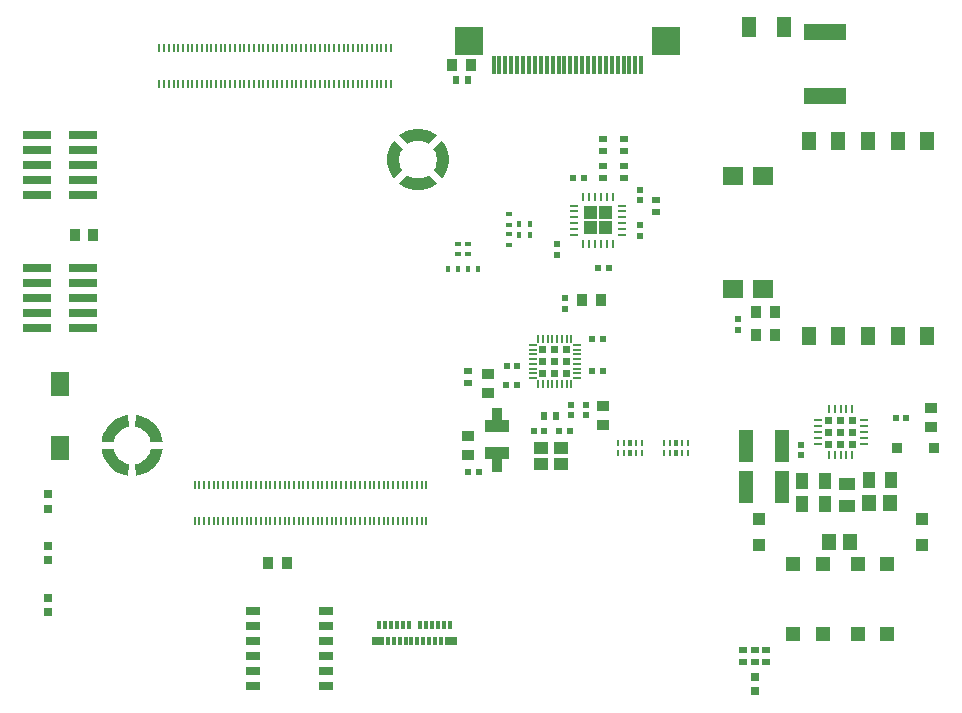
<source format=gtp>
G04*
G04 #@! TF.GenerationSoftware,Altium Limited,Altium Designer,24.5.1 (21)*
G04*
G04 Layer_Color=8421504*
%FSLAX44Y44*%
%MOMM*%
G71*
G04*
G04 #@! TF.SameCoordinates,1EF2566E-269B-4A58-AF15-B59DA95DBDD1*
G04*
G04*
G04 #@! TF.FilePolarity,Positive*
G04*
G01*
G75*
%ADD18R,0.3000X1.6000*%
%ADD19R,2.4000X2.4000*%
%ADD20R,2.4000X2.4000*%
%ADD21R,1.2000X1.2000*%
%ADD22R,0.9000X1.0000*%
%ADD23R,0.5500X0.4500*%
%ADD24R,0.4500X0.5500*%
%ADD25R,0.1800X0.7000*%
%ADD26R,0.5500X0.6500*%
%ADD27R,2.4000X0.7600*%
%ADD28R,3.5600X1.4000*%
G04:AMPARAMS|DCode=29|XSize=0.2mm|YSize=0.565mm|CornerRadius=0.05mm|HoleSize=0mm|Usage=FLASHONLY|Rotation=0.000|XOffset=0mm|YOffset=0mm|HoleType=Round|Shape=RoundedRectangle|*
%AMROUNDEDRECTD29*
21,1,0.2000,0.4650,0,0,0.0*
21,1,0.1000,0.5650,0,0,0.0*
1,1,0.1000,0.0500,-0.2325*
1,1,0.1000,-0.0500,-0.2325*
1,1,0.1000,-0.0500,0.2325*
1,1,0.1000,0.0500,0.2325*
%
%ADD29ROUNDEDRECTD29*%
G04:AMPARAMS|DCode=30|XSize=0.4mm|YSize=0.565mm|CornerRadius=0.05mm|HoleSize=0mm|Usage=FLASHONLY|Rotation=0.000|XOffset=0mm|YOffset=0mm|HoleType=Round|Shape=RoundedRectangle|*
%AMROUNDEDRECTD30*
21,1,0.4000,0.4650,0,0,0.0*
21,1,0.3000,0.5650,0,0,0.0*
1,1,0.1000,0.1500,-0.2325*
1,1,0.1000,-0.1500,-0.2325*
1,1,0.1000,-0.1500,0.2325*
1,1,0.1000,0.1500,0.2325*
%
%ADD30ROUNDEDRECTD30*%
%ADD31R,1.2700X1.5500*%
%ADD32R,0.2500X0.7500*%
%ADD33R,0.7500X0.2500*%
%ADD34R,1.0500X1.4000*%
%ADD35R,1.1500X1.4500*%
%ADD36R,0.6500X0.5500*%
%ADD37R,1.7800X1.5200*%
%ADD38R,0.2500X0.7000*%
%ADD39R,0.7000X0.2500*%
%ADD40R,1.5000X2.0000*%
%ADD41R,0.6200X0.6200*%
%ADD42R,0.6200X0.6200*%
%ADD43R,1.0000X0.9000*%
%ADD44R,1.2000X1.0000*%
%ADD45R,2.0000X1.0000*%
%ADD46R,1.2500X0.7600*%
%ADD47R,1.1500X1.8000*%
%ADD48O,0.7000X0.2000*%
%ADD49O,0.2000X0.7000*%
%ADD50R,0.8000X0.8000*%
%ADD51R,1.0000X1.0000*%
%ADD52R,1.0000X0.7000*%
%ADD53R,0.3000X0.7000*%
%ADD54R,0.9000X0.9500*%
%ADD55R,1.1500X2.7000*%
%ADD56R,1.4000X1.0500*%
G36*
X349422Y492287D02*
X353507Y490880D01*
X357305Y488818D01*
X359007Y487488D01*
X352177Y480106D01*
X352177D01*
X351151Y480768D01*
X348961Y481848D01*
X346633Y482582D01*
X344221Y482953D01*
X341780D01*
X339367Y482582D01*
X337039Y481848D01*
X334849Y480768D01*
X333823Y480106D01*
X326993Y487488D01*
X328695Y488818D01*
X332492Y490880D01*
X336578Y492287D01*
X340840Y493000D01*
X345160D01*
X349422Y492287D01*
D02*
G37*
G36*
X363488Y483007D02*
X364818Y481305D01*
X366880Y477508D01*
X368287Y473422D01*
X369000Y469160D01*
Y464840D01*
X368287Y460578D01*
X366880Y456493D01*
X364818Y452695D01*
X363488Y450993D01*
X356106Y457823D01*
X356768Y458849D01*
X357848Y461039D01*
X358582Y463367D01*
X358953Y465779D01*
Y468220D01*
X358582Y470633D01*
X357848Y472961D01*
X356768Y475151D01*
X356106Y476177D01*
X363488Y483007D01*
Y483007D01*
D02*
G37*
G36*
X329894Y476177D02*
X329894Y476177D01*
X329232Y475151D01*
X328152Y472961D01*
X327418Y470633D01*
X327047Y468220D01*
Y465779D01*
X327418Y463367D01*
X328152Y461039D01*
X329232Y458849D01*
X329894Y457823D01*
X322512Y450993D01*
X322512D01*
X321182Y452695D01*
X319120Y456493D01*
X317713Y460578D01*
X317000Y464840D01*
Y469160D01*
X317713Y473422D01*
X319120Y477508D01*
X321182Y481305D01*
X322512Y483007D01*
X329894Y476177D01*
D02*
G37*
G36*
X333823Y453894D02*
X334849Y453232D01*
X337039Y452152D01*
X339367Y451418D01*
X341780Y451047D01*
X344221D01*
X346633Y451418D01*
X348961Y452152D01*
X351151Y453232D01*
X352177Y453894D01*
X359007Y446512D01*
X359007Y446512D01*
X357305Y445182D01*
X353507Y443120D01*
X349422Y441713D01*
X345160Y441000D01*
X340840D01*
X336578Y441713D01*
X332492Y443120D01*
X328695Y445182D01*
X326993Y446512D01*
X333823Y453894D01*
Y453894D01*
D02*
G37*
G36*
X507499Y416499D02*
X496498Y416498D01*
Y427498D01*
X507499D01*
Y416499D01*
D02*
G37*
G36*
X494502Y416498D02*
X483502D01*
Y427498D01*
X494501D01*
X494502Y416498D01*
D02*
G37*
G36*
X507499Y403502D02*
X496499D01*
X496498Y414502D01*
X507499D01*
Y403502D01*
D02*
G37*
G36*
X494501Y403501D02*
X483501D01*
Y414500D01*
X494501Y414501D01*
Y403501D01*
D02*
G37*
G36*
X471750Y303000D02*
X465750D01*
Y309000D01*
X471750D01*
Y303000D01*
D02*
G37*
G36*
X461750D02*
X455750D01*
Y309000D01*
X461750D01*
Y303000D01*
D02*
G37*
G36*
X451750D02*
X445750D01*
Y309000D01*
X451750D01*
Y303000D01*
D02*
G37*
G36*
X471750Y293000D02*
X465750D01*
Y299000D01*
X471750D01*
Y293000D01*
D02*
G37*
G36*
X461750D02*
X455750D01*
Y299000D01*
X461750D01*
Y293000D01*
D02*
G37*
G36*
X451750D02*
X445750D01*
Y299000D01*
X451750D01*
Y293000D01*
D02*
G37*
G36*
X471750Y283000D02*
X465750D01*
Y289000D01*
X471750D01*
Y283000D01*
D02*
G37*
G36*
X461750D02*
X455750D01*
Y289000D01*
X461750D01*
Y283000D01*
D02*
G37*
G36*
X451750D02*
X445750D01*
Y289000D01*
X451750D01*
Y283000D01*
D02*
G37*
G36*
X713764Y243071D02*
X707764D01*
Y249071D01*
X713764D01*
Y243071D01*
D02*
G37*
G36*
X703764D02*
X697764D01*
Y249071D01*
X703764D01*
Y243071D01*
D02*
G37*
G36*
X693764D02*
X687764D01*
Y249071D01*
X693764D01*
Y243071D01*
D02*
G37*
G36*
X414500Y241500D02*
X405500D01*
Y257000D01*
X414500D01*
Y241500D01*
D02*
G37*
G36*
X713764Y233071D02*
X707764D01*
Y239071D01*
X713764D01*
Y233071D01*
D02*
G37*
G36*
X703764D02*
X697764D01*
Y239071D01*
X703764D01*
Y233071D01*
D02*
G37*
G36*
X693764D02*
X687764D01*
Y239071D01*
X693764D01*
Y233071D01*
D02*
G37*
G36*
X106313Y250543D02*
X110456Y249316D01*
X114339Y247422D01*
X117857Y244912D01*
X120913Y241857D01*
X123422Y238339D01*
X125316Y234456D01*
X126543Y230313D01*
X126806Y228169D01*
X116757Y227778D01*
Y227778D01*
X116499Y228972D01*
X115714Y231284D01*
X114587Y233449D01*
X113144Y235418D01*
X111418Y237144D01*
X109449Y238587D01*
X107284Y239714D01*
X104972Y240499D01*
X103778Y240757D01*
X104169Y250806D01*
X106313Y250543D01*
D02*
G37*
G36*
X98222Y240757D02*
X97028Y240499D01*
X94716Y239714D01*
X92551Y238587D01*
X90582Y237144D01*
X88856Y235418D01*
X87413Y233449D01*
X86286Y231284D01*
X85501Y228972D01*
X85243Y227778D01*
X75194Y228169D01*
X75194D01*
X75457Y230313D01*
X76684Y234456D01*
X78578Y238339D01*
X81088Y241857D01*
X84143Y244912D01*
X87661Y247422D01*
X91544Y249316D01*
X95687Y250543D01*
X97831Y250806D01*
X98222Y240757D01*
D02*
G37*
G36*
X713764Y223071D02*
X707764D01*
Y229071D01*
X713764D01*
Y223071D01*
D02*
G37*
G36*
X703764D02*
X697764D01*
Y229071D01*
X703764D01*
Y223071D01*
D02*
G37*
G36*
X693764D02*
X687764D01*
Y229071D01*
X693764D01*
Y223071D01*
D02*
G37*
G36*
X126806Y221831D02*
Y221831D01*
X126543Y219687D01*
X125316Y215544D01*
X123422Y211660D01*
X120913Y208143D01*
X117857Y205088D01*
X114339Y202578D01*
X110456Y200684D01*
X106313Y199457D01*
X104169Y199194D01*
X103778Y209243D01*
X103778D01*
X103778Y209243D01*
Y209243D01*
X104972Y209501D01*
X107284Y210286D01*
X109449Y211413D01*
X111418Y212856D01*
X113144Y214582D01*
X114587Y216551D01*
X115714Y218716D01*
X116499Y221028D01*
X116757Y222222D01*
X126806Y221831D01*
D02*
G37*
G36*
X414500Y202500D02*
X405500D01*
Y218500D01*
X414500D01*
Y202500D01*
D02*
G37*
G36*
X85243Y222222D02*
X85501Y221028D01*
X86286Y218716D01*
X87413Y216551D01*
X88856Y214582D01*
X90582Y212856D01*
X92551Y211413D01*
X94716Y210286D01*
X97028Y209501D01*
X98222Y209243D01*
X97831Y199194D01*
X97831Y199194D01*
X95687Y199457D01*
X91544Y200684D01*
X87661Y202578D01*
X84143Y205088D01*
X81088Y208143D01*
X78578Y211660D01*
X76684Y215544D01*
X75457Y219687D01*
X75194Y221831D01*
X85243Y222222D01*
D01*
X85243D01*
X85243D01*
D02*
G37*
D18*
X532000Y547000D02*
D03*
X527000D02*
D03*
X522000D02*
D03*
X517000D02*
D03*
X512000D02*
D03*
X507000D02*
D03*
X502000D02*
D03*
X497000D02*
D03*
X492000D02*
D03*
X487000D02*
D03*
X482000D02*
D03*
X477000D02*
D03*
X472000D02*
D03*
X467000D02*
D03*
X462000D02*
D03*
X457000D02*
D03*
X452000D02*
D03*
X447000D02*
D03*
X442000D02*
D03*
X437000D02*
D03*
X432000D02*
D03*
X427000D02*
D03*
X422000D02*
D03*
X417000D02*
D03*
X412000D02*
D03*
X407000D02*
D03*
D19*
X553000Y567000D02*
D03*
D20*
X386000D02*
D03*
D21*
X685500Y65500D02*
D03*
X660500D02*
D03*
X685500Y124500D02*
D03*
X660500D02*
D03*
X715500D02*
D03*
X740500D02*
D03*
X715500Y65500D02*
D03*
X740500D02*
D03*
D22*
X372000Y547000D02*
D03*
X388000D02*
D03*
X52188Y402807D02*
D03*
X68188D02*
D03*
X498000Y348000D02*
D03*
X482000D02*
D03*
X645000Y318000D02*
D03*
X629000D02*
D03*
Y338000D02*
D03*
X645000D02*
D03*
X216000Y125000D02*
D03*
X232000D02*
D03*
D23*
X376542Y395668D02*
D03*
Y386668D02*
D03*
X385543Y395668D02*
D03*
Y386668D02*
D03*
X420000Y420500D02*
D03*
Y411500D02*
D03*
Y394500D02*
D03*
Y403500D02*
D03*
D24*
X377043Y374168D02*
D03*
X368043D02*
D03*
X394043D02*
D03*
X385043D02*
D03*
X428500Y403000D02*
D03*
X437500D02*
D03*
X428500Y412000D02*
D03*
X437500D02*
D03*
D25*
X320000Y530600D02*
D03*
X316000D02*
D03*
X312000D02*
D03*
X308000D02*
D03*
X304000D02*
D03*
X300000D02*
D03*
X296000D02*
D03*
X292000D02*
D03*
X288000D02*
D03*
X284000D02*
D03*
X280000D02*
D03*
X276000D02*
D03*
X272000D02*
D03*
X268000D02*
D03*
X264000D02*
D03*
X260000D02*
D03*
X256000D02*
D03*
X252000D02*
D03*
X248000D02*
D03*
X244000D02*
D03*
X236000D02*
D03*
X232000D02*
D03*
X228000D02*
D03*
X224000D02*
D03*
X220000D02*
D03*
X216000D02*
D03*
X212000D02*
D03*
X208000D02*
D03*
X204000D02*
D03*
X200000D02*
D03*
X196000D02*
D03*
X192000D02*
D03*
X188000D02*
D03*
X184000D02*
D03*
X180000D02*
D03*
X176000D02*
D03*
X172000D02*
D03*
X168000D02*
D03*
X164000D02*
D03*
X160000D02*
D03*
X156000D02*
D03*
X152000D02*
D03*
X148000D02*
D03*
X144000D02*
D03*
X140000D02*
D03*
X136000D02*
D03*
X132000D02*
D03*
X128000D02*
D03*
X124000D02*
D03*
X320000Y561400D02*
D03*
X316000D02*
D03*
X312000D02*
D03*
X308000D02*
D03*
X304000D02*
D03*
X300000D02*
D03*
X296000D02*
D03*
X292000D02*
D03*
X288000D02*
D03*
X284000D02*
D03*
X280000D02*
D03*
X276000D02*
D03*
X272000D02*
D03*
X268000D02*
D03*
X264000D02*
D03*
X260000D02*
D03*
X256000D02*
D03*
X252000D02*
D03*
X248000D02*
D03*
X244000D02*
D03*
X240000D02*
D03*
X236000D02*
D03*
X232000D02*
D03*
X228000D02*
D03*
X224000D02*
D03*
X220000D02*
D03*
X216000D02*
D03*
X212000D02*
D03*
X208000D02*
D03*
X204000D02*
D03*
X200000D02*
D03*
X196000D02*
D03*
X192000D02*
D03*
X188000D02*
D03*
X184000D02*
D03*
X180000D02*
D03*
X176000D02*
D03*
X172000D02*
D03*
X168000D02*
D03*
X164000D02*
D03*
X160000D02*
D03*
X156000D02*
D03*
X152000D02*
D03*
X148000D02*
D03*
X144000D02*
D03*
X140000D02*
D03*
X136000D02*
D03*
X132000D02*
D03*
X128000D02*
D03*
X124000D02*
D03*
X240000Y530600D02*
D03*
X154000Y191400D02*
D03*
X158000D02*
D03*
X162000D02*
D03*
X166000D02*
D03*
X170000D02*
D03*
X174000D02*
D03*
X178000D02*
D03*
X182000D02*
D03*
X186000D02*
D03*
X190000D02*
D03*
X194000D02*
D03*
X198000D02*
D03*
X202000D02*
D03*
X206000D02*
D03*
X210000D02*
D03*
X214000D02*
D03*
X218000D02*
D03*
X222000D02*
D03*
X226000D02*
D03*
X230000D02*
D03*
X234000D02*
D03*
X238000D02*
D03*
X242000D02*
D03*
X246000D02*
D03*
X250000D02*
D03*
X254000D02*
D03*
X258000D02*
D03*
X262000D02*
D03*
X266000D02*
D03*
X270000D02*
D03*
X274000D02*
D03*
X278000D02*
D03*
X282000D02*
D03*
X286000D02*
D03*
X290000D02*
D03*
X294000D02*
D03*
X298000D02*
D03*
X302000D02*
D03*
X306000D02*
D03*
X310000D02*
D03*
X314000D02*
D03*
X318000D02*
D03*
X322000D02*
D03*
X326000D02*
D03*
X330000D02*
D03*
X334000D02*
D03*
X338000D02*
D03*
X342000D02*
D03*
X346000D02*
D03*
X350000D02*
D03*
X154000Y160600D02*
D03*
X158000D02*
D03*
X162000D02*
D03*
X166000D02*
D03*
X170000D02*
D03*
X174000D02*
D03*
X178000D02*
D03*
X182000D02*
D03*
X186000D02*
D03*
X190000D02*
D03*
X194000D02*
D03*
X198000D02*
D03*
X202000D02*
D03*
X206000D02*
D03*
X210000D02*
D03*
X214000D02*
D03*
X218000D02*
D03*
X222000D02*
D03*
X226000D02*
D03*
X230000D02*
D03*
X234000D02*
D03*
X238000D02*
D03*
X242000D02*
D03*
X246000D02*
D03*
X250000D02*
D03*
X254000D02*
D03*
X258000D02*
D03*
X262000D02*
D03*
X266000D02*
D03*
X270000D02*
D03*
X274000D02*
D03*
X278000D02*
D03*
X282000D02*
D03*
X286000D02*
D03*
X290000D02*
D03*
X294000D02*
D03*
X298000D02*
D03*
X302000D02*
D03*
X306000D02*
D03*
X310000D02*
D03*
X314000D02*
D03*
X318000D02*
D03*
X322000D02*
D03*
X326000D02*
D03*
X330000D02*
D03*
X334000D02*
D03*
X338000D02*
D03*
X342000D02*
D03*
X346000D02*
D03*
X350000D02*
D03*
D26*
X385000Y534000D02*
D03*
X375000D02*
D03*
X460000Y250000D02*
D03*
X450000D02*
D03*
D27*
X20500Y337300D02*
D03*
Y488100D02*
D03*
Y475400D02*
D03*
Y462700D02*
D03*
Y450000D02*
D03*
Y437300D02*
D03*
X59500Y488100D02*
D03*
Y475400D02*
D03*
Y462700D02*
D03*
Y450000D02*
D03*
Y437300D02*
D03*
X20500Y375400D02*
D03*
Y362700D02*
D03*
Y350000D02*
D03*
Y324600D02*
D03*
X59500Y375400D02*
D03*
Y362700D02*
D03*
Y350000D02*
D03*
Y337300D02*
D03*
Y324600D02*
D03*
D28*
X688000Y575300D02*
D03*
Y520700D02*
D03*
D29*
X512500Y218325D02*
D03*
X517500D02*
D03*
X527500D02*
D03*
X532500D02*
D03*
Y226675D02*
D03*
X527500D02*
D03*
X517500D02*
D03*
X512500D02*
D03*
X551326Y218325D02*
D03*
X556326D02*
D03*
X566326D02*
D03*
X571326D02*
D03*
Y226675D02*
D03*
X566326D02*
D03*
X556326D02*
D03*
X551326D02*
D03*
D30*
X522500Y218325D02*
D03*
Y226675D02*
D03*
X561326Y218325D02*
D03*
Y226675D02*
D03*
D31*
X674000Y317250D02*
D03*
X699000D02*
D03*
X724000D02*
D03*
X749000D02*
D03*
X774000D02*
D03*
X674000Y482750D02*
D03*
X699000D02*
D03*
X724000D02*
D03*
X749000D02*
D03*
X774000D02*
D03*
D32*
X508000Y395500D02*
D03*
X503000D02*
D03*
X498000D02*
D03*
X493000D02*
D03*
X488000D02*
D03*
X483000D02*
D03*
Y435500D02*
D03*
X488000D02*
D03*
X493000D02*
D03*
X498000D02*
D03*
X503000D02*
D03*
X508000D02*
D03*
D33*
X475500Y403000D02*
D03*
Y408000D02*
D03*
Y413000D02*
D03*
Y418000D02*
D03*
Y423000D02*
D03*
Y428000D02*
D03*
X515500D02*
D03*
Y423000D02*
D03*
Y418000D02*
D03*
Y413000D02*
D03*
Y408000D02*
D03*
Y403000D02*
D03*
D34*
X668500Y195000D02*
D03*
X687500D02*
D03*
Y175000D02*
D03*
X668500D02*
D03*
X724500Y196000D02*
D03*
X743500D02*
D03*
D35*
X691000Y143000D02*
D03*
X709000D02*
D03*
X743000Y176000D02*
D03*
X725000D02*
D03*
D36*
X618000Y41750D02*
D03*
Y51750D02*
D03*
X628000Y41750D02*
D03*
Y51750D02*
D03*
X638000Y41750D02*
D03*
Y51750D02*
D03*
X385521Y277659D02*
D03*
Y287659D02*
D03*
X544633Y432500D02*
D03*
Y422500D02*
D03*
X517000Y451250D02*
D03*
Y461250D02*
D03*
Y474250D02*
D03*
Y484250D02*
D03*
X499750Y451250D02*
D03*
Y461250D02*
D03*
Y474250D02*
D03*
Y484250D02*
D03*
D37*
X634700Y452600D02*
D03*
X609300D02*
D03*
X634700Y357400D02*
D03*
X609300D02*
D03*
D38*
X690764Y255571D02*
D03*
X695764D02*
D03*
X700764D02*
D03*
X705764D02*
D03*
X710764D02*
D03*
Y216572D02*
D03*
X705764D02*
D03*
X700764D02*
D03*
X695764D02*
D03*
X690764D02*
D03*
D39*
X720264Y246072D02*
D03*
Y241071D02*
D03*
Y236072D02*
D03*
Y231071D02*
D03*
Y226071D02*
D03*
X681264D02*
D03*
Y231071D02*
D03*
Y236072D02*
D03*
Y241071D02*
D03*
Y246072D02*
D03*
D40*
X40000Y277000D02*
D03*
Y223000D02*
D03*
D41*
X474500Y451000D02*
D03*
X483500D02*
D03*
X504500Y375000D02*
D03*
X495500D02*
D03*
X385500Y202500D02*
D03*
X394500D02*
D03*
X417500Y276000D02*
D03*
X426500D02*
D03*
X418000Y292500D02*
D03*
X427000D02*
D03*
X499500Y315000D02*
D03*
X490500D02*
D03*
X499500Y287500D02*
D03*
X490500D02*
D03*
X450000Y237500D02*
D03*
X441000D02*
D03*
X462500D02*
D03*
X471500D02*
D03*
X756384Y248124D02*
D03*
X747383D02*
D03*
D42*
X461000Y386500D02*
D03*
Y395500D02*
D03*
X531000Y441500D02*
D03*
Y432500D02*
D03*
Y411500D02*
D03*
Y402500D02*
D03*
X485000Y250500D02*
D03*
Y259500D02*
D03*
X472500Y250500D02*
D03*
Y259500D02*
D03*
X467500Y349500D02*
D03*
Y340500D02*
D03*
X614000Y323000D02*
D03*
Y332000D02*
D03*
X667333Y216398D02*
D03*
Y225398D02*
D03*
D43*
X500000Y242000D02*
D03*
Y258000D02*
D03*
X385000Y233000D02*
D03*
Y217000D02*
D03*
X402500Y269500D02*
D03*
Y285500D02*
D03*
X777327Y240606D02*
D03*
Y256606D02*
D03*
D44*
X447500Y209500D02*
D03*
X464500Y222500D02*
D03*
X447500D02*
D03*
X464500Y209500D02*
D03*
D45*
X410000Y218500D02*
D03*
Y241500D02*
D03*
D46*
X203308Y85038D02*
D03*
Y72338D02*
D03*
Y59638D02*
D03*
Y46938D02*
D03*
Y34238D02*
D03*
Y21538D02*
D03*
X264808Y85038D02*
D03*
Y72338D02*
D03*
Y59638D02*
D03*
Y46938D02*
D03*
Y34238D02*
D03*
Y21538D02*
D03*
D47*
X653000Y579000D02*
D03*
X623000D02*
D03*
D48*
X477500Y282000D02*
D03*
Y286000D02*
D03*
Y290000D02*
D03*
Y294000D02*
D03*
Y298000D02*
D03*
Y302000D02*
D03*
Y306000D02*
D03*
Y310000D02*
D03*
X440000D02*
D03*
Y306000D02*
D03*
Y302000D02*
D03*
Y298000D02*
D03*
Y294000D02*
D03*
Y290000D02*
D03*
Y286000D02*
D03*
Y282000D02*
D03*
D49*
X472750Y314750D02*
D03*
X468750D02*
D03*
X464750D02*
D03*
X460750D02*
D03*
X456750D02*
D03*
X452750D02*
D03*
X448750D02*
D03*
X444750D02*
D03*
Y277250D02*
D03*
X448750D02*
D03*
X452750D02*
D03*
X456750D02*
D03*
X460750D02*
D03*
X464750D02*
D03*
X468750D02*
D03*
X472750D02*
D03*
D50*
X628000Y29250D02*
D03*
Y16750D02*
D03*
X29994Y140006D02*
D03*
Y127506D02*
D03*
X30000Y184000D02*
D03*
Y171500D02*
D03*
Y96000D02*
D03*
Y83500D02*
D03*
D51*
X632000Y141000D02*
D03*
Y163000D02*
D03*
X770000Y141000D02*
D03*
Y163000D02*
D03*
D52*
X309000Y59503D02*
D03*
X371000D02*
D03*
D53*
X317500D02*
D03*
X322500D02*
D03*
X327500D02*
D03*
X332500D02*
D03*
X337500D02*
D03*
X342500D02*
D03*
X347500D02*
D03*
X352500D02*
D03*
X370000Y72503D02*
D03*
X365000D02*
D03*
X360000D02*
D03*
X355000D02*
D03*
X350000D02*
D03*
X345000D02*
D03*
X335000D02*
D03*
X330000D02*
D03*
X325000D02*
D03*
X320000D02*
D03*
X315000D02*
D03*
X310000D02*
D03*
X357500Y59503D02*
D03*
X362500D02*
D03*
D54*
X748250Y223000D02*
D03*
X779750D02*
D03*
D55*
X621000Y224000D02*
D03*
X651000D02*
D03*
X621000Y190000D02*
D03*
X651000D02*
D03*
D56*
X706000Y192500D02*
D03*
Y173500D02*
D03*
M02*

</source>
